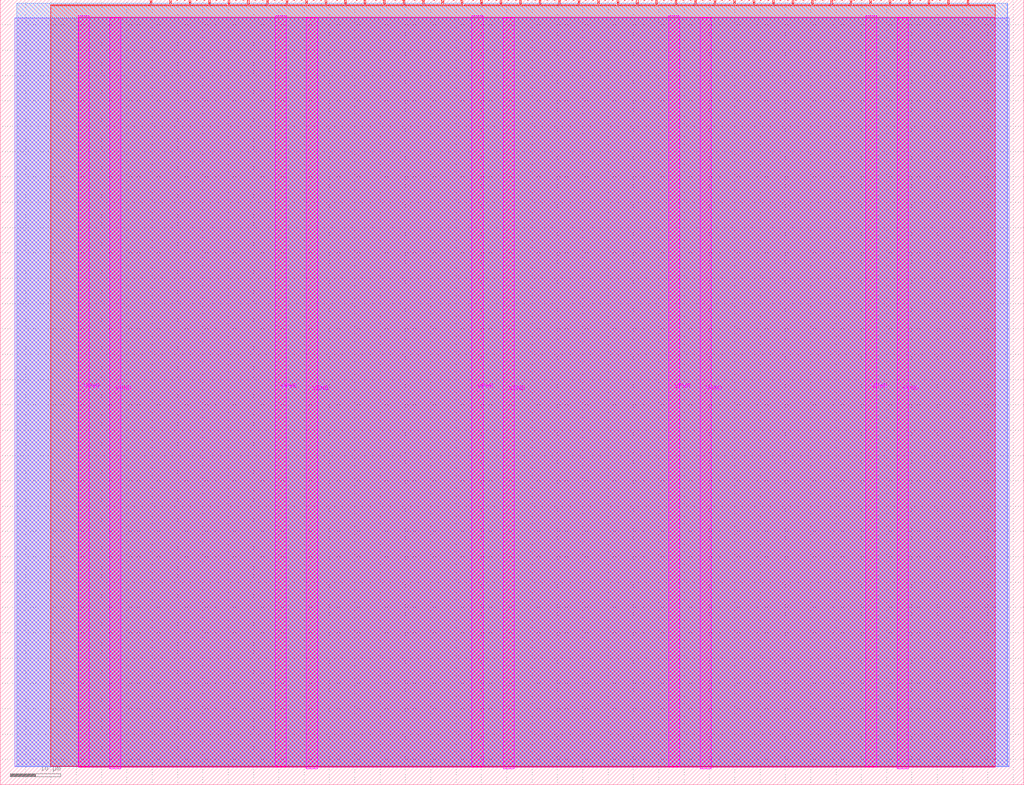
<source format=lef>
VERSION 5.7 ;
  NOWIREEXTENSIONATPIN ON ;
  DIVIDERCHAR "/" ;
  BUSBITCHARS "[]" ;
MACRO tt_um_spi_aggregator
  CLASS BLOCK ;
  FOREIGN tt_um_spi_aggregator ;
  ORIGIN 0.000 0.000 ;
  SIZE 202.080 BY 154.980 ;
  PIN VGND
    DIRECTION INOUT ;
    USE GROUND ;
    PORT
      LAYER TopMetal1 ;
        RECT 21.580 3.150 23.780 151.420 ;
    END
    PORT
      LAYER TopMetal1 ;
        RECT 60.450 3.150 62.650 151.420 ;
    END
    PORT
      LAYER TopMetal1 ;
        RECT 99.320 3.150 101.520 151.420 ;
    END
    PORT
      LAYER TopMetal1 ;
        RECT 138.190 3.150 140.390 151.420 ;
    END
    PORT
      LAYER TopMetal1 ;
        RECT 177.060 3.150 179.260 151.420 ;
    END
  END VGND
  PIN VPWR
    DIRECTION INOUT ;
    USE POWER ;
    PORT
      LAYER TopMetal1 ;
        RECT 15.380 3.560 17.580 151.830 ;
    END
    PORT
      LAYER TopMetal1 ;
        RECT 54.250 3.560 56.450 151.830 ;
    END
    PORT
      LAYER TopMetal1 ;
        RECT 93.120 3.560 95.320 151.830 ;
    END
    PORT
      LAYER TopMetal1 ;
        RECT 131.990 3.560 134.190 151.830 ;
    END
    PORT
      LAYER TopMetal1 ;
        RECT 170.860 3.560 173.060 151.830 ;
    END
  END VPWR
  PIN clk
    DIRECTION INPUT ;
    USE SIGNAL ;
    ANTENNAGATEAREA 1.450800 ;
    PORT
      LAYER Metal4 ;
        RECT 187.050 153.980 187.350 154.980 ;
    END
  END clk
  PIN ena
    DIRECTION INPUT ;
    USE SIGNAL ;
    PORT
      LAYER Metal4 ;
        RECT 190.890 153.980 191.190 154.980 ;
    END
  END ena
  PIN rst_n
    DIRECTION INPUT ;
    USE SIGNAL ;
    ANTENNAGATEAREA 0.180700 ;
    PORT
      LAYER Metal4 ;
        RECT 183.210 153.980 183.510 154.980 ;
    END
  END rst_n
  PIN ui_in[0]
    DIRECTION INPUT ;
    USE SIGNAL ;
    ANTENNAGATEAREA 0.725400 ;
    PORT
      LAYER Metal4 ;
        RECT 179.370 153.980 179.670 154.980 ;
    END
  END ui_in[0]
  PIN ui_in[1]
    DIRECTION INPUT ;
    USE SIGNAL ;
    ANTENNAGATEAREA 2.176200 ;
    PORT
      LAYER Metal4 ;
        RECT 175.530 153.980 175.830 154.980 ;
    END
  END ui_in[1]
  PIN ui_in[2]
    DIRECTION INPUT ;
    USE SIGNAL ;
    ANTENNAGATEAREA 2.176200 ;
    PORT
      LAYER Metal4 ;
        RECT 171.690 153.980 171.990 154.980 ;
    END
  END ui_in[2]
  PIN ui_in[3]
    DIRECTION INPUT ;
    USE SIGNAL ;
    ANTENNAGATEAREA 0.938600 ;
    PORT
      LAYER Metal4 ;
        RECT 167.850 153.980 168.150 154.980 ;
    END
  END ui_in[3]
  PIN ui_in[4]
    DIRECTION INPUT ;
    USE SIGNAL ;
    ANTENNAGATEAREA 0.180700 ;
    PORT
      LAYER Metal4 ;
        RECT 164.010 153.980 164.310 154.980 ;
    END
  END ui_in[4]
  PIN ui_in[5]
    DIRECTION INPUT ;
    USE SIGNAL ;
    ANTENNAGATEAREA 0.180700 ;
    PORT
      LAYER Metal4 ;
        RECT 160.170 153.980 160.470 154.980 ;
    END
  END ui_in[5]
  PIN ui_in[6]
    DIRECTION INPUT ;
    USE SIGNAL ;
    ANTENNAGATEAREA 0.180700 ;
    PORT
      LAYER Metal4 ;
        RECT 156.330 153.980 156.630 154.980 ;
    END
  END ui_in[6]
  PIN ui_in[7]
    DIRECTION INPUT ;
    USE SIGNAL ;
    ANTENNAGATEAREA 0.180700 ;
    PORT
      LAYER Metal4 ;
        RECT 152.490 153.980 152.790 154.980 ;
    END
  END ui_in[7]
  PIN uio_in[0]
    DIRECTION INPUT ;
    USE SIGNAL ;
    ANTENNAGATEAREA 0.180700 ;
    PORT
      LAYER Metal4 ;
        RECT 148.650 153.980 148.950 154.980 ;
    END
  END uio_in[0]
  PIN uio_in[1]
    DIRECTION INPUT ;
    USE SIGNAL ;
    ANTENNAGATEAREA 0.180700 ;
    PORT
      LAYER Metal4 ;
        RECT 144.810 153.980 145.110 154.980 ;
    END
  END uio_in[1]
  PIN uio_in[2]
    DIRECTION INPUT ;
    USE SIGNAL ;
    ANTENNAGATEAREA 0.180700 ;
    PORT
      LAYER Metal4 ;
        RECT 140.970 153.980 141.270 154.980 ;
    END
  END uio_in[2]
  PIN uio_in[3]
    DIRECTION INPUT ;
    USE SIGNAL ;
    ANTENNAGATEAREA 0.180700 ;
    PORT
      LAYER Metal4 ;
        RECT 137.130 153.980 137.430 154.980 ;
    END
  END uio_in[3]
  PIN uio_in[4]
    DIRECTION INPUT ;
    USE SIGNAL ;
    PORT
      LAYER Metal4 ;
        RECT 133.290 153.980 133.590 154.980 ;
    END
  END uio_in[4]
  PIN uio_in[5]
    DIRECTION INPUT ;
    USE SIGNAL ;
    PORT
      LAYER Metal4 ;
        RECT 129.450 153.980 129.750 154.980 ;
    END
  END uio_in[5]
  PIN uio_in[6]
    DIRECTION INPUT ;
    USE SIGNAL ;
    PORT
      LAYER Metal4 ;
        RECT 125.610 153.980 125.910 154.980 ;
    END
  END uio_in[6]
  PIN uio_in[7]
    DIRECTION INPUT ;
    USE SIGNAL ;
    PORT
      LAYER Metal4 ;
        RECT 121.770 153.980 122.070 154.980 ;
    END
  END uio_in[7]
  PIN uio_oe[0]
    DIRECTION OUTPUT ;
    USE SIGNAL ;
    ANTENNADIFFAREA 0.299200 ;
    PORT
      LAYER Metal4 ;
        RECT 56.490 153.980 56.790 154.980 ;
    END
  END uio_oe[0]
  PIN uio_oe[1]
    DIRECTION OUTPUT ;
    USE SIGNAL ;
    ANTENNADIFFAREA 0.299200 ;
    PORT
      LAYER Metal4 ;
        RECT 52.650 153.980 52.950 154.980 ;
    END
  END uio_oe[1]
  PIN uio_oe[2]
    DIRECTION OUTPUT ;
    USE SIGNAL ;
    ANTENNADIFFAREA 0.299200 ;
    PORT
      LAYER Metal4 ;
        RECT 48.810 153.980 49.110 154.980 ;
    END
  END uio_oe[2]
  PIN uio_oe[3]
    DIRECTION OUTPUT ;
    USE SIGNAL ;
    ANTENNADIFFAREA 0.299200 ;
    PORT
      LAYER Metal4 ;
        RECT 44.970 153.980 45.270 154.980 ;
    END
  END uio_oe[3]
  PIN uio_oe[4]
    DIRECTION OUTPUT ;
    USE SIGNAL ;
    ANTENNADIFFAREA 0.392700 ;
    PORT
      LAYER Metal4 ;
        RECT 41.130 153.980 41.430 154.980 ;
    END
  END uio_oe[4]
  PIN uio_oe[5]
    DIRECTION OUTPUT ;
    USE SIGNAL ;
    ANTENNADIFFAREA 0.392700 ;
    PORT
      LAYER Metal4 ;
        RECT 37.290 153.980 37.590 154.980 ;
    END
  END uio_oe[5]
  PIN uio_oe[6]
    DIRECTION OUTPUT ;
    USE SIGNAL ;
    ANTENNADIFFAREA 0.392700 ;
    PORT
      LAYER Metal4 ;
        RECT 33.450 153.980 33.750 154.980 ;
    END
  END uio_oe[6]
  PIN uio_oe[7]
    DIRECTION OUTPUT ;
    USE SIGNAL ;
    ANTENNADIFFAREA 0.299200 ;
    PORT
      LAYER Metal4 ;
        RECT 29.610 153.980 29.910 154.980 ;
    END
  END uio_oe[7]
  PIN uio_out[0]
    DIRECTION OUTPUT ;
    USE SIGNAL ;
    ANTENNADIFFAREA 0.299200 ;
    PORT
      LAYER Metal4 ;
        RECT 87.210 153.980 87.510 154.980 ;
    END
  END uio_out[0]
  PIN uio_out[1]
    DIRECTION OUTPUT ;
    USE SIGNAL ;
    ANTENNADIFFAREA 0.299200 ;
    PORT
      LAYER Metal4 ;
        RECT 83.370 153.980 83.670 154.980 ;
    END
  END uio_out[1]
  PIN uio_out[2]
    DIRECTION OUTPUT ;
    USE SIGNAL ;
    ANTENNADIFFAREA 0.299200 ;
    PORT
      LAYER Metal4 ;
        RECT 79.530 153.980 79.830 154.980 ;
    END
  END uio_out[2]
  PIN uio_out[3]
    DIRECTION OUTPUT ;
    USE SIGNAL ;
    ANTENNADIFFAREA 0.299200 ;
    PORT
      LAYER Metal4 ;
        RECT 75.690 153.980 75.990 154.980 ;
    END
  END uio_out[3]
  PIN uio_out[4]
    DIRECTION OUTPUT ;
    USE SIGNAL ;
    ANTENNADIFFAREA 0.708600 ;
    PORT
      LAYER Metal4 ;
        RECT 71.850 153.980 72.150 154.980 ;
    END
  END uio_out[4]
  PIN uio_out[5]
    DIRECTION OUTPUT ;
    USE SIGNAL ;
    ANTENNADIFFAREA 0.708600 ;
    PORT
      LAYER Metal4 ;
        RECT 68.010 153.980 68.310 154.980 ;
    END
  END uio_out[5]
  PIN uio_out[6]
    DIRECTION OUTPUT ;
    USE SIGNAL ;
    ANTENNADIFFAREA 0.708600 ;
    PORT
      LAYER Metal4 ;
        RECT 64.170 153.980 64.470 154.980 ;
    END
  END uio_out[6]
  PIN uio_out[7]
    DIRECTION OUTPUT ;
    USE SIGNAL ;
    ANTENNADIFFAREA 0.299200 ;
    PORT
      LAYER Metal4 ;
        RECT 60.330 153.980 60.630 154.980 ;
    END
  END uio_out[7]
  PIN uo_out[0]
    DIRECTION OUTPUT ;
    USE SIGNAL ;
    ANTENNADIFFAREA 0.708600 ;
    PORT
      LAYER Metal4 ;
        RECT 117.930 153.980 118.230 154.980 ;
    END
  END uo_out[0]
  PIN uo_out[1]
    DIRECTION OUTPUT ;
    USE SIGNAL ;
    ANTENNADIFFAREA 0.708600 ;
    PORT
      LAYER Metal4 ;
        RECT 114.090 153.980 114.390 154.980 ;
    END
  END uo_out[1]
  PIN uo_out[2]
    DIRECTION OUTPUT ;
    USE SIGNAL ;
    ANTENNADIFFAREA 0.708600 ;
    PORT
      LAYER Metal4 ;
        RECT 110.250 153.980 110.550 154.980 ;
    END
  END uo_out[2]
  PIN uo_out[3]
    DIRECTION OUTPUT ;
    USE SIGNAL ;
    ANTENNADIFFAREA 0.708600 ;
    PORT
      LAYER Metal4 ;
        RECT 106.410 153.980 106.710 154.980 ;
    END
  END uo_out[3]
  PIN uo_out[4]
    DIRECTION OUTPUT ;
    USE SIGNAL ;
    ANTENNADIFFAREA 0.708600 ;
    PORT
      LAYER Metal4 ;
        RECT 102.570 153.980 102.870 154.980 ;
    END
  END uo_out[4]
  PIN uo_out[5]
    DIRECTION OUTPUT ;
    USE SIGNAL ;
    ANTENNADIFFAREA 0.708600 ;
    PORT
      LAYER Metal4 ;
        RECT 98.730 153.980 99.030 154.980 ;
    END
  END uo_out[5]
  PIN uo_out[6]
    DIRECTION OUTPUT ;
    USE SIGNAL ;
    ANTENNADIFFAREA 0.708600 ;
    PORT
      LAYER Metal4 ;
        RECT 94.890 153.980 95.190 154.980 ;
    END
  END uo_out[6]
  PIN uo_out[7]
    DIRECTION OUTPUT ;
    USE SIGNAL ;
    ANTENNADIFFAREA 0.708600 ;
    PORT
      LAYER Metal4 ;
        RECT 91.050 153.980 91.350 154.980 ;
    END
  END uo_out[7]
  OBS
      LAYER GatPoly ;
        RECT 2.880 3.630 199.200 151.350 ;
      LAYER Metal1 ;
        RECT 2.880 3.560 199.200 151.420 ;
      LAYER Metal2 ;
        RECT 3.255 3.635 198.825 154.285 ;
      LAYER Metal3 ;
        RECT 3.215 3.680 198.865 154.240 ;
      LAYER Metal4 ;
        RECT 9.980 153.770 29.400 153.980 ;
        RECT 30.120 153.770 33.240 153.980 ;
        RECT 33.960 153.770 37.080 153.980 ;
        RECT 37.800 153.770 40.920 153.980 ;
        RECT 41.640 153.770 44.760 153.980 ;
        RECT 45.480 153.770 48.600 153.980 ;
        RECT 49.320 153.770 52.440 153.980 ;
        RECT 53.160 153.770 56.280 153.980 ;
        RECT 57.000 153.770 60.120 153.980 ;
        RECT 60.840 153.770 63.960 153.980 ;
        RECT 64.680 153.770 67.800 153.980 ;
        RECT 68.520 153.770 71.640 153.980 ;
        RECT 72.360 153.770 75.480 153.980 ;
        RECT 76.200 153.770 79.320 153.980 ;
        RECT 80.040 153.770 83.160 153.980 ;
        RECT 83.880 153.770 87.000 153.980 ;
        RECT 87.720 153.770 90.840 153.980 ;
        RECT 91.560 153.770 94.680 153.980 ;
        RECT 95.400 153.770 98.520 153.980 ;
        RECT 99.240 153.770 102.360 153.980 ;
        RECT 103.080 153.770 106.200 153.980 ;
        RECT 106.920 153.770 110.040 153.980 ;
        RECT 110.760 153.770 113.880 153.980 ;
        RECT 114.600 153.770 117.720 153.980 ;
        RECT 118.440 153.770 121.560 153.980 ;
        RECT 122.280 153.770 125.400 153.980 ;
        RECT 126.120 153.770 129.240 153.980 ;
        RECT 129.960 153.770 133.080 153.980 ;
        RECT 133.800 153.770 136.920 153.980 ;
        RECT 137.640 153.770 140.760 153.980 ;
        RECT 141.480 153.770 144.600 153.980 ;
        RECT 145.320 153.770 148.440 153.980 ;
        RECT 149.160 153.770 152.280 153.980 ;
        RECT 153.000 153.770 156.120 153.980 ;
        RECT 156.840 153.770 159.960 153.980 ;
        RECT 160.680 153.770 163.800 153.980 ;
        RECT 164.520 153.770 167.640 153.980 ;
        RECT 168.360 153.770 171.480 153.980 ;
        RECT 172.200 153.770 175.320 153.980 ;
        RECT 176.040 153.770 179.160 153.980 ;
        RECT 179.880 153.770 183.000 153.980 ;
        RECT 183.720 153.770 186.840 153.980 ;
        RECT 187.560 153.770 190.680 153.980 ;
        RECT 191.400 153.770 196.425 153.980 ;
        RECT 9.980 3.635 196.425 153.770 ;
      LAYER Metal5 ;
        RECT 15.515 3.470 196.465 151.510 ;
  END
END tt_um_spi_aggregator
END LIBRARY


</source>
